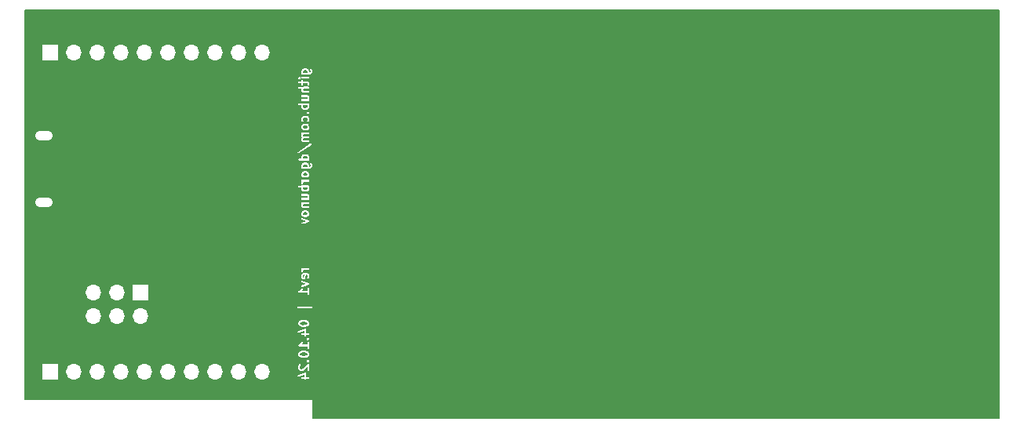
<source format=gbo>
G04 #@! TF.GenerationSoftware,KiCad,Pcbnew,8.0.1*
G04 #@! TF.CreationDate,2024-04-10T03:36:54-04:00*
G04 #@! TF.ProjectId,ieee_pcb_workshop,69656565-5f70-4636-925f-776f726b7368,rev?*
G04 #@! TF.SameCoordinates,Original*
G04 #@! TF.FileFunction,Legend,Bot*
G04 #@! TF.FilePolarity,Positive*
%FSLAX46Y46*%
G04 Gerber Fmt 4.6, Leading zero omitted, Abs format (unit mm)*
G04 Created by KiCad (PCBNEW 8.0.1) date 2024-04-10 03:36:54*
%MOMM*%
%LPD*%
G01*
G04 APERTURE LIST*
%ADD10C,0.150000*%
%ADD11C,0.200000*%
%ADD12R,1.700000X1.700000*%
%ADD13O,1.700000X1.700000*%
%ADD14O,1.900000X1.050000*%
G04 APERTURE END LIST*
D10*
X76700000Y-163450000D02*
X78500000Y-163450000D01*
X78500000Y-165500000D01*
X76700000Y-165500000D01*
X76700000Y-163450000D01*
G36*
X76700000Y-163450000D02*
G01*
X78500000Y-163450000D01*
X78500000Y-165500000D01*
X76700000Y-165500000D01*
X76700000Y-163450000D01*
G37*
X76600000Y-146600000D02*
X78500000Y-146600000D01*
X78500000Y-151200000D01*
X76600000Y-151200000D01*
X76600000Y-146600000D01*
G36*
X76600000Y-146600000D02*
G01*
X78500000Y-146600000D01*
X78500000Y-151200000D01*
X76600000Y-151200000D01*
X76600000Y-146600000D01*
G37*
X47400000Y-129600000D02*
X76700000Y-129600000D01*
X76700000Y-165500000D01*
X47400000Y-165500000D01*
X47400000Y-129600000D01*
G36*
X47400000Y-129600000D02*
G01*
X76700000Y-129600000D01*
X76700000Y-165500000D01*
X47400000Y-165500000D01*
X47400000Y-129600000D01*
G37*
X47400000Y-123500000D02*
X78500000Y-123500000D01*
X78500000Y-129600000D01*
X47400000Y-129600000D01*
X47400000Y-123500000D01*
G36*
X47400000Y-123500000D02*
G01*
X78500000Y-123500000D01*
X78500000Y-129600000D01*
X47400000Y-129600000D01*
X47400000Y-123500000D01*
G37*
X78500000Y-123500000D02*
X152500000Y-123500000D01*
X152500000Y-167500000D01*
X78500000Y-167500000D01*
X78500000Y-123500000D01*
G36*
X78500000Y-123500000D02*
G01*
X152500000Y-123500000D01*
X152500000Y-167500000D01*
X78500000Y-167500000D01*
X78500000Y-123500000D01*
G37*
D11*
G36*
X77735555Y-160460817D02*
G01*
X77810578Y-160496909D01*
X77836355Y-160521570D01*
X77867579Y-160581709D01*
X77868391Y-160630174D01*
X77839983Y-160689224D01*
X77815324Y-160714998D01*
X77747764Y-160750075D01*
X77580305Y-160793527D01*
X77366814Y-160795119D01*
X77198881Y-160754720D01*
X77123858Y-160718628D01*
X77098085Y-160693970D01*
X77066858Y-160633827D01*
X77066046Y-160585363D01*
X77094453Y-160526315D01*
X77119115Y-160500538D01*
X77186670Y-160465462D01*
X77354131Y-160422010D01*
X77567621Y-160420418D01*
X77735555Y-160460817D01*
G37*
G36*
X77735555Y-157127484D02*
G01*
X77810578Y-157163576D01*
X77836355Y-157188237D01*
X77867579Y-157248376D01*
X77868391Y-157296841D01*
X77839983Y-157355891D01*
X77815324Y-157381665D01*
X77747764Y-157416742D01*
X77580305Y-157460194D01*
X77366814Y-157461786D01*
X77198881Y-157421387D01*
X77123858Y-157385295D01*
X77098085Y-157360637D01*
X77066858Y-157300494D01*
X77066046Y-157252030D01*
X77094453Y-157192982D01*
X77119115Y-157167205D01*
X77186670Y-157132129D01*
X77354131Y-157088677D01*
X77567621Y-157087085D01*
X77735555Y-157127484D01*
G37*
G36*
X77458916Y-152313795D02*
G01*
X77422800Y-152296420D01*
X77400357Y-152253194D01*
X77399046Y-152109865D01*
X77421424Y-152063349D01*
X77464468Y-152041000D01*
X77512442Y-152040770D01*
X77458916Y-152313795D01*
G37*
G36*
X78509742Y-163531244D02*
G01*
X76662790Y-163531244D01*
X76662790Y-162953609D01*
X76820385Y-162953609D01*
X76832723Y-162990625D01*
X76858288Y-163020101D01*
X76893187Y-163037551D01*
X76932107Y-163040317D01*
X76951223Y-163035970D01*
X77534297Y-162839999D01*
X77535020Y-163080406D01*
X77281043Y-163081118D01*
X77244995Y-163096050D01*
X77217405Y-163123640D01*
X77202473Y-163159688D01*
X77202473Y-163198706D01*
X77217405Y-163234754D01*
X77244995Y-163262344D01*
X77281043Y-163277276D01*
X77300552Y-163279197D01*
X77535616Y-163278538D01*
X77535806Y-163341563D01*
X77550738Y-163377611D01*
X77578328Y-163405201D01*
X77614376Y-163420133D01*
X77653394Y-163420133D01*
X77689442Y-163405201D01*
X77717032Y-163377611D01*
X77731964Y-163341563D01*
X77733885Y-163322054D01*
X77733752Y-163277984D01*
X77986728Y-163277276D01*
X78022776Y-163262344D01*
X78050366Y-163234754D01*
X78065298Y-163198706D01*
X78065298Y-163159688D01*
X78050366Y-163123640D01*
X78022776Y-163096050D01*
X77986728Y-163081118D01*
X77967219Y-163079197D01*
X77733156Y-163079852D01*
X77732030Y-162705545D01*
X77733100Y-162690500D01*
X77731974Y-162687124D01*
X77731964Y-162683498D01*
X77725828Y-162668685D01*
X77720761Y-162653484D01*
X77718407Y-162650770D01*
X77717032Y-162647450D01*
X77705693Y-162636111D01*
X77695196Y-162624008D01*
X77691983Y-162622401D01*
X77689442Y-162619860D01*
X77674627Y-162613723D01*
X77660297Y-162606558D01*
X77656714Y-162606303D01*
X77653394Y-162604928D01*
X77637361Y-162604928D01*
X77621377Y-162603792D01*
X77616382Y-162604928D01*
X77614376Y-162604928D01*
X77611934Y-162605939D01*
X77602262Y-162608139D01*
X76870077Y-162854225D01*
X76840601Y-162879790D01*
X76823151Y-162914689D01*
X76820385Y-162953609D01*
X76662790Y-162953609D01*
X76662790Y-161893483D01*
X76867219Y-161893483D01*
X76868881Y-162116438D01*
X76868004Y-162119071D01*
X76869006Y-162133176D01*
X76869140Y-162151087D01*
X76870515Y-162154407D01*
X76870770Y-162157991D01*
X76877776Y-162176299D01*
X76927116Y-162271328D01*
X76931691Y-162282373D01*
X76934847Y-162286219D01*
X76935838Y-162288127D01*
X76937832Y-162289856D01*
X76944127Y-162297527D01*
X76994229Y-162345460D01*
X77001145Y-162353435D01*
X77005294Y-162356046D01*
X77006899Y-162357582D01*
X77009339Y-162358592D01*
X77017736Y-162363878D01*
X77100753Y-162403816D01*
X77102138Y-162405201D01*
X77112887Y-162409653D01*
X77131282Y-162418503D01*
X77134865Y-162418757D01*
X77138186Y-162420133D01*
X77157695Y-162422054D01*
X77253837Y-162420444D01*
X77265440Y-162421269D01*
X77270276Y-162420169D01*
X77272442Y-162420133D01*
X77274884Y-162419121D01*
X77284556Y-162416922D01*
X77412930Y-162372514D01*
X77415299Y-162372514D01*
X77427295Y-162367544D01*
X77445313Y-162361312D01*
X77448028Y-162358956D01*
X77451347Y-162357582D01*
X77466501Y-162345146D01*
X77867937Y-161941841D01*
X77869140Y-162341563D01*
X77884072Y-162377611D01*
X77911662Y-162405201D01*
X77947710Y-162420133D01*
X77986728Y-162420133D01*
X78022776Y-162405201D01*
X78050366Y-162377611D01*
X78065298Y-162341563D01*
X78067219Y-162322054D01*
X78065298Y-161683498D01*
X78050366Y-161647450D01*
X78022776Y-161619860D01*
X77986728Y-161604928D01*
X77947710Y-161604928D01*
X77911662Y-161619860D01*
X77896508Y-161632296D01*
X77345262Y-162186106D01*
X77240756Y-162222257D01*
X77182908Y-162223226D01*
X77123858Y-162194818D01*
X77098085Y-162170160D01*
X77067061Y-162110408D01*
X77065637Y-161919546D01*
X77094453Y-161859648D01*
X77145604Y-161806184D01*
X77160535Y-161770135D01*
X77160535Y-161731117D01*
X77145604Y-161695069D01*
X77118014Y-161667479D01*
X77081966Y-161652548D01*
X77042948Y-161652548D01*
X77006899Y-161667479D01*
X76991746Y-161679916D01*
X76943814Y-161730016D01*
X76935838Y-161736934D01*
X76933225Y-161741083D01*
X76931691Y-161742688D01*
X76930680Y-161745127D01*
X76925395Y-161753524D01*
X76885456Y-161836541D01*
X76884072Y-161837926D01*
X76879619Y-161848675D01*
X76870770Y-161867070D01*
X76870515Y-161870653D01*
X76869140Y-161873974D01*
X76867219Y-161893483D01*
X76662790Y-161893483D01*
X76662790Y-161341564D01*
X77773901Y-161341564D01*
X77775385Y-161345147D01*
X77788832Y-161377612D01*
X77788833Y-161377613D01*
X77801270Y-161392766D01*
X77864043Y-161452822D01*
X77889533Y-161463379D01*
X77900091Y-161467753D01*
X77900092Y-161467753D01*
X77939109Y-161467753D01*
X77960226Y-161459005D01*
X77975158Y-161452821D01*
X77975162Y-161452816D01*
X77990311Y-161440385D01*
X78050366Y-161377613D01*
X78061735Y-161350165D01*
X78065298Y-161341564D01*
X78065298Y-161302546D01*
X78050366Y-161266498D01*
X78050366Y-161266497D01*
X78037929Y-161251344D01*
X77975180Y-161191311D01*
X77975158Y-161191289D01*
X77960226Y-161185104D01*
X77939109Y-161176357D01*
X77900091Y-161176357D01*
X77889533Y-161180730D01*
X77864043Y-161191288D01*
X77848890Y-161203725D01*
X77788833Y-161266497D01*
X77788832Y-161266498D01*
X77778274Y-161291988D01*
X77773901Y-161302546D01*
X77773901Y-161341564D01*
X76662790Y-161341564D01*
X76662790Y-160560150D01*
X76867219Y-160560150D01*
X76868575Y-160641167D01*
X76868004Y-160642881D01*
X76868788Y-160653925D01*
X76869140Y-160674897D01*
X76870515Y-160678217D01*
X76870770Y-160681801D01*
X76877776Y-160700109D01*
X76927116Y-160795138D01*
X76931691Y-160806183D01*
X76934847Y-160810029D01*
X76935838Y-160811937D01*
X76937832Y-160813666D01*
X76944127Y-160821337D01*
X76994229Y-160869270D01*
X77001145Y-160877245D01*
X77005294Y-160879856D01*
X77006899Y-160881392D01*
X77009339Y-160882402D01*
X77017736Y-160887688D01*
X77108007Y-160931116D01*
X77114981Y-160936283D01*
X77129615Y-160941511D01*
X77131282Y-160942313D01*
X77132002Y-160942364D01*
X77133441Y-160942878D01*
X77318753Y-160987457D01*
X77328662Y-160991562D01*
X77340771Y-160992754D01*
X77343310Y-160993365D01*
X77344768Y-160993147D01*
X77348171Y-160993483D01*
X77580288Y-160991752D01*
X77591127Y-160993365D01*
X77603188Y-160991581D01*
X77605775Y-160991562D01*
X77607138Y-160990997D01*
X77610520Y-160990497D01*
X77793599Y-160942992D01*
X77803155Y-160942313D01*
X77817767Y-160936721D01*
X77819456Y-160936283D01*
X77820036Y-160935852D01*
X77821463Y-160935307D01*
X77916487Y-160885969D01*
X77927537Y-160881393D01*
X77931385Y-160878234D01*
X77933291Y-160877245D01*
X77935020Y-160875250D01*
X77942690Y-160868956D01*
X77990623Y-160818855D01*
X77998600Y-160811938D01*
X78001211Y-160807788D01*
X78002747Y-160806184D01*
X78003757Y-160803743D01*
X78009043Y-160795347D01*
X78048981Y-160712329D01*
X78050366Y-160710945D01*
X78054818Y-160700195D01*
X78063668Y-160681801D01*
X78063922Y-160678217D01*
X78065298Y-160674897D01*
X78067219Y-160655388D01*
X78065862Y-160574370D01*
X78066434Y-160572657D01*
X78065649Y-160561612D01*
X78065298Y-160540641D01*
X78063922Y-160537320D01*
X78063668Y-160533737D01*
X78056662Y-160515428D01*
X78007320Y-160420395D01*
X78002747Y-160409354D01*
X77999590Y-160405508D01*
X77998600Y-160403600D01*
X77996603Y-160401868D01*
X77990310Y-160394200D01*
X77940202Y-160346262D01*
X77933291Y-160338293D01*
X77929144Y-160335682D01*
X77927537Y-160334145D01*
X77925093Y-160333133D01*
X77916701Y-160327850D01*
X77826429Y-160284421D01*
X77819456Y-160279255D01*
X77804823Y-160274027D01*
X77803155Y-160273225D01*
X77802432Y-160273173D01*
X77800995Y-160272660D01*
X77615684Y-160228080D01*
X77605775Y-160223976D01*
X77593665Y-160222783D01*
X77591127Y-160222173D01*
X77589668Y-160222390D01*
X77586266Y-160222055D01*
X77354148Y-160223785D01*
X77343310Y-160222173D01*
X77331248Y-160223956D01*
X77328662Y-160223976D01*
X77327298Y-160224540D01*
X77323917Y-160225041D01*
X77140837Y-160272545D01*
X77131282Y-160273225D01*
X77116666Y-160278817D01*
X77114981Y-160279255D01*
X77114401Y-160279684D01*
X77112973Y-160280231D01*
X77017939Y-160329573D01*
X77006899Y-160334146D01*
X77003053Y-160337301D01*
X77001145Y-160338293D01*
X76999412Y-160340290D01*
X76991746Y-160346583D01*
X76943814Y-160396683D01*
X76935838Y-160403601D01*
X76933225Y-160407750D01*
X76931691Y-160409355D01*
X76930680Y-160411794D01*
X76925395Y-160420191D01*
X76885456Y-160503208D01*
X76884072Y-160504593D01*
X76879619Y-160515342D01*
X76870770Y-160533737D01*
X76870515Y-160537320D01*
X76869140Y-160540641D01*
X76867219Y-160560150D01*
X76662790Y-160560150D01*
X76662790Y-159655283D01*
X76867219Y-159655283D01*
X76869140Y-159664993D01*
X76869140Y-159674897D01*
X76872889Y-159683949D01*
X76874791Y-159693560D01*
X76880283Y-159701798D01*
X76884072Y-159710945D01*
X76890998Y-159717871D01*
X76896434Y-159726025D01*
X76904662Y-159731535D01*
X76911662Y-159738535D01*
X76920713Y-159742284D01*
X76928854Y-159747736D01*
X76938561Y-159749677D01*
X76947710Y-159753467D01*
X76967012Y-159755367D01*
X76967114Y-159755388D01*
X76967148Y-159755381D01*
X76967219Y-159755388D01*
X77868467Y-159753689D01*
X77869140Y-159960611D01*
X77884072Y-159996659D01*
X77911662Y-160024249D01*
X77947710Y-160039181D01*
X77986728Y-160039181D01*
X78022776Y-160024249D01*
X78050366Y-159996659D01*
X78065298Y-159960611D01*
X78067219Y-159941102D01*
X78065298Y-159350165D01*
X78050366Y-159314117D01*
X78022776Y-159286527D01*
X77986728Y-159271595D01*
X77947710Y-159271595D01*
X77911662Y-159286527D01*
X77884072Y-159314117D01*
X77869140Y-159350165D01*
X77867219Y-159369674D01*
X77867823Y-159555575D01*
X77253089Y-159556733D01*
X77274798Y-159534476D01*
X77284314Y-159526224D01*
X77286981Y-159521985D01*
X77288461Y-159520469D01*
X77289470Y-159518031D01*
X77294757Y-159509633D01*
X77349382Y-159396087D01*
X77352148Y-159357167D01*
X77339809Y-159320151D01*
X77314244Y-159290674D01*
X77279346Y-159273225D01*
X77240426Y-159270460D01*
X77203410Y-159282798D01*
X77173933Y-159308363D01*
X77163490Y-159324953D01*
X77125867Y-159403157D01*
X77052490Y-159478386D01*
X76919482Y-159569001D01*
X76911662Y-159572241D01*
X76905109Y-159578793D01*
X76896582Y-159584603D01*
X76891071Y-159592831D01*
X76884072Y-159599831D01*
X76880322Y-159608882D01*
X76874871Y-159617023D01*
X76872929Y-159626730D01*
X76869140Y-159635879D01*
X76869140Y-159645678D01*
X76867219Y-159655283D01*
X76662790Y-159655283D01*
X76662790Y-158960612D01*
X77773901Y-158960612D01*
X77775385Y-158964195D01*
X77788832Y-158996660D01*
X77788833Y-158996661D01*
X77801270Y-159011814D01*
X77864043Y-159071870D01*
X77889533Y-159082427D01*
X77900091Y-159086801D01*
X77900092Y-159086801D01*
X77939109Y-159086801D01*
X77960226Y-159078053D01*
X77975158Y-159071869D01*
X77975162Y-159071864D01*
X77990311Y-159059433D01*
X78050366Y-158996661D01*
X78061735Y-158969213D01*
X78065298Y-158960612D01*
X78065298Y-158921594D01*
X78050366Y-158885546D01*
X78050366Y-158885545D01*
X78037929Y-158870392D01*
X77975180Y-158810359D01*
X77975158Y-158810337D01*
X77960226Y-158804152D01*
X77939109Y-158795405D01*
X77900091Y-158795405D01*
X77889533Y-158799778D01*
X77864043Y-158810336D01*
X77848890Y-158822773D01*
X77788833Y-158885545D01*
X77788832Y-158885546D01*
X77778274Y-158911036D01*
X77773901Y-158921594D01*
X77773901Y-158960612D01*
X76662790Y-158960612D01*
X76662790Y-158191705D01*
X76820385Y-158191705D01*
X76832723Y-158228721D01*
X76858288Y-158258197D01*
X76893187Y-158275647D01*
X76932107Y-158278413D01*
X76951223Y-158274066D01*
X77534297Y-158078095D01*
X77535020Y-158318502D01*
X77281043Y-158319214D01*
X77244995Y-158334146D01*
X77217405Y-158361736D01*
X77202473Y-158397784D01*
X77202473Y-158436802D01*
X77217405Y-158472850D01*
X77244995Y-158500440D01*
X77281043Y-158515372D01*
X77300552Y-158517293D01*
X77535616Y-158516634D01*
X77535806Y-158579659D01*
X77550738Y-158615707D01*
X77578328Y-158643297D01*
X77614376Y-158658229D01*
X77653394Y-158658229D01*
X77689442Y-158643297D01*
X77717032Y-158615707D01*
X77731964Y-158579659D01*
X77733885Y-158560150D01*
X77733752Y-158516080D01*
X77986728Y-158515372D01*
X78022776Y-158500440D01*
X78050366Y-158472850D01*
X78065298Y-158436802D01*
X78065298Y-158397784D01*
X78050366Y-158361736D01*
X78022776Y-158334146D01*
X77986728Y-158319214D01*
X77967219Y-158317293D01*
X77733156Y-158317948D01*
X77732030Y-157943641D01*
X77733100Y-157928596D01*
X77731974Y-157925220D01*
X77731964Y-157921594D01*
X77725828Y-157906781D01*
X77720761Y-157891580D01*
X77718407Y-157888866D01*
X77717032Y-157885546D01*
X77705693Y-157874207D01*
X77695196Y-157862104D01*
X77691983Y-157860497D01*
X77689442Y-157857956D01*
X77674627Y-157851819D01*
X77660297Y-157844654D01*
X77656714Y-157844399D01*
X77653394Y-157843024D01*
X77637361Y-157843024D01*
X77621377Y-157841888D01*
X77616382Y-157843024D01*
X77614376Y-157843024D01*
X77611934Y-157844035D01*
X77602262Y-157846235D01*
X76870077Y-158092321D01*
X76840601Y-158117886D01*
X76823151Y-158152785D01*
X76820385Y-158191705D01*
X76662790Y-158191705D01*
X76662790Y-157226817D01*
X76867219Y-157226817D01*
X76868575Y-157307834D01*
X76868004Y-157309548D01*
X76868788Y-157320592D01*
X76869140Y-157341564D01*
X76870515Y-157344884D01*
X76870770Y-157348468D01*
X76877776Y-157366776D01*
X76927116Y-157461805D01*
X76931691Y-157472850D01*
X76934847Y-157476696D01*
X76935838Y-157478604D01*
X76937832Y-157480333D01*
X76944127Y-157488004D01*
X76994229Y-157535937D01*
X77001145Y-157543912D01*
X77005294Y-157546523D01*
X77006899Y-157548059D01*
X77009339Y-157549069D01*
X77017736Y-157554355D01*
X77108007Y-157597783D01*
X77114981Y-157602950D01*
X77129615Y-157608178D01*
X77131282Y-157608980D01*
X77132002Y-157609031D01*
X77133441Y-157609545D01*
X77318753Y-157654124D01*
X77328662Y-157658229D01*
X77340771Y-157659421D01*
X77343310Y-157660032D01*
X77344768Y-157659814D01*
X77348171Y-157660150D01*
X77580288Y-157658419D01*
X77591127Y-157660032D01*
X77603188Y-157658248D01*
X77605775Y-157658229D01*
X77607138Y-157657664D01*
X77610520Y-157657164D01*
X77793599Y-157609659D01*
X77803155Y-157608980D01*
X77817767Y-157603388D01*
X77819456Y-157602950D01*
X77820036Y-157602519D01*
X77821463Y-157601974D01*
X77916487Y-157552636D01*
X77927537Y-157548060D01*
X77931385Y-157544901D01*
X77933291Y-157543912D01*
X77935020Y-157541917D01*
X77942690Y-157535623D01*
X77990623Y-157485522D01*
X77998600Y-157478605D01*
X78001211Y-157474455D01*
X78002747Y-157472851D01*
X78003757Y-157470410D01*
X78009043Y-157462014D01*
X78048981Y-157378996D01*
X78050366Y-157377612D01*
X78054818Y-157366862D01*
X78063668Y-157348468D01*
X78063922Y-157344884D01*
X78065298Y-157341564D01*
X78067219Y-157322055D01*
X78065862Y-157241037D01*
X78066434Y-157239324D01*
X78065649Y-157228279D01*
X78065298Y-157207308D01*
X78063922Y-157203987D01*
X78063668Y-157200404D01*
X78056662Y-157182095D01*
X78007320Y-157087062D01*
X78002747Y-157076021D01*
X77999590Y-157072175D01*
X77998600Y-157070267D01*
X77996603Y-157068535D01*
X77990310Y-157060867D01*
X77940202Y-157012929D01*
X77933291Y-157004960D01*
X77929144Y-157002349D01*
X77927537Y-157000812D01*
X77925093Y-156999800D01*
X77916701Y-156994517D01*
X77826429Y-156951088D01*
X77819456Y-156945922D01*
X77804823Y-156940694D01*
X77803155Y-156939892D01*
X77802432Y-156939840D01*
X77800995Y-156939327D01*
X77615684Y-156894747D01*
X77605775Y-156890643D01*
X77593665Y-156889450D01*
X77591127Y-156888840D01*
X77589668Y-156889057D01*
X77586266Y-156888722D01*
X77354148Y-156890452D01*
X77343310Y-156888840D01*
X77331248Y-156890623D01*
X77328662Y-156890643D01*
X77327298Y-156891207D01*
X77323917Y-156891708D01*
X77140837Y-156939212D01*
X77131282Y-156939892D01*
X77116666Y-156945484D01*
X77114981Y-156945922D01*
X77114401Y-156946351D01*
X77112973Y-156946898D01*
X77017939Y-156996240D01*
X77006899Y-157000813D01*
X77003053Y-157003968D01*
X77001145Y-157004960D01*
X76999412Y-157006957D01*
X76991746Y-157013250D01*
X76943814Y-157063350D01*
X76935838Y-157070268D01*
X76933225Y-157074417D01*
X76931691Y-157076022D01*
X76930680Y-157078461D01*
X76925395Y-157086858D01*
X76885456Y-157169875D01*
X76884072Y-157171260D01*
X76879619Y-157182009D01*
X76870770Y-157200404D01*
X76870515Y-157203987D01*
X76869140Y-157207308D01*
X76867219Y-157226817D01*
X76662790Y-157226817D01*
X76662790Y-155579659D01*
X76773901Y-155579659D01*
X76788833Y-155615707D01*
X76816423Y-155643297D01*
X76852471Y-155658229D01*
X76871980Y-155660150D01*
X78320061Y-155658229D01*
X78356109Y-155643297D01*
X78383699Y-155615707D01*
X78398631Y-155579659D01*
X78398631Y-155540641D01*
X78383699Y-155504593D01*
X78356109Y-155477003D01*
X78320061Y-155462071D01*
X78300552Y-155460150D01*
X76852471Y-155462071D01*
X76816423Y-155477003D01*
X76788833Y-155504593D01*
X76773901Y-155540641D01*
X76773901Y-155579659D01*
X76662790Y-155579659D01*
X76662790Y-153845759D01*
X76867219Y-153845759D01*
X76869140Y-153855469D01*
X76869140Y-153865373D01*
X76872889Y-153874425D01*
X76874791Y-153884036D01*
X76880283Y-153892274D01*
X76884072Y-153901421D01*
X76890998Y-153908347D01*
X76896434Y-153916501D01*
X76904662Y-153922011D01*
X76911662Y-153929011D01*
X76920713Y-153932760D01*
X76928854Y-153938212D01*
X76938561Y-153940153D01*
X76947710Y-153943943D01*
X76967012Y-153945843D01*
X76967114Y-153945864D01*
X76967148Y-153945857D01*
X76967219Y-153945864D01*
X77868467Y-153944165D01*
X77869140Y-154151087D01*
X77884072Y-154187135D01*
X77911662Y-154214725D01*
X77947710Y-154229657D01*
X77986728Y-154229657D01*
X78022776Y-154214725D01*
X78050366Y-154187135D01*
X78065298Y-154151087D01*
X78067219Y-154131578D01*
X78065298Y-153540641D01*
X78050366Y-153504593D01*
X78022776Y-153477003D01*
X77986728Y-153462071D01*
X77947710Y-153462071D01*
X77911662Y-153477003D01*
X77884072Y-153504593D01*
X77869140Y-153540641D01*
X77867219Y-153560150D01*
X77867823Y-153746051D01*
X77253089Y-153747209D01*
X77274798Y-153724952D01*
X77284314Y-153716700D01*
X77286981Y-153712461D01*
X77288461Y-153710945D01*
X77289470Y-153708507D01*
X77294757Y-153700109D01*
X77349382Y-153586563D01*
X77352148Y-153547643D01*
X77339809Y-153510627D01*
X77314244Y-153481150D01*
X77279346Y-153463701D01*
X77240426Y-153460936D01*
X77203410Y-153473274D01*
X77173933Y-153498839D01*
X77163490Y-153515429D01*
X77125867Y-153593633D01*
X77052490Y-153668862D01*
X76919482Y-153759477D01*
X76911662Y-153762717D01*
X76905109Y-153769269D01*
X76896582Y-153775079D01*
X76891071Y-153783307D01*
X76884072Y-153790307D01*
X76880322Y-153799358D01*
X76874871Y-153807499D01*
X76872929Y-153817206D01*
X76869140Y-153826355D01*
X76869140Y-153836154D01*
X76867219Y-153845759D01*
X76662790Y-153845759D01*
X76662790Y-153241431D01*
X77201625Y-153241431D01*
X77214748Y-153278176D01*
X77240935Y-153307102D01*
X77276197Y-153323805D01*
X77315167Y-153325743D01*
X77334186Y-153320990D01*
X77986870Y-153085943D01*
X77991574Y-153085710D01*
X78004429Y-153079620D01*
X78018579Y-153074525D01*
X78022301Y-153071154D01*
X78026836Y-153069007D01*
X78036657Y-153058157D01*
X78047504Y-153048338D01*
X78049651Y-153043803D01*
X78053022Y-153040081D01*
X78057943Y-153026299D01*
X78064208Y-153013076D01*
X78064457Y-153008061D01*
X78066145Y-153003336D01*
X78065418Y-152988721D01*
X78066145Y-152974106D01*
X78064457Y-152969380D01*
X78064208Y-152964366D01*
X78057943Y-152951142D01*
X78053022Y-152937361D01*
X78049651Y-152933638D01*
X78047504Y-152929104D01*
X78036657Y-152919284D01*
X78026836Y-152908435D01*
X78022301Y-152906287D01*
X78018579Y-152902917D01*
X78000852Y-152894547D01*
X77315167Y-152651699D01*
X77276197Y-152653637D01*
X77240935Y-152670340D01*
X77214748Y-152699266D01*
X77201625Y-152736011D01*
X77203563Y-152774981D01*
X77220266Y-152810243D01*
X77249192Y-152836430D01*
X77266918Y-152844800D01*
X77672675Y-152988506D01*
X77249192Y-153141012D01*
X77220266Y-153167199D01*
X77203563Y-153202461D01*
X77201625Y-153241431D01*
X76662790Y-153241431D01*
X76662790Y-152083959D01*
X77200552Y-152083959D01*
X77202157Y-152259466D01*
X77201337Y-152261928D01*
X77202304Y-152275543D01*
X77202473Y-152293944D01*
X77203848Y-152297264D01*
X77204103Y-152300848D01*
X77211109Y-152319156D01*
X77258146Y-152409750D01*
X77261295Y-152419196D01*
X77265669Y-152424240D01*
X77269171Y-152430984D01*
X77278641Y-152439197D01*
X77286859Y-152448673D01*
X77296732Y-152454887D01*
X77298648Y-152456549D01*
X77300186Y-152457061D01*
X77303450Y-152459116D01*
X77386467Y-152499054D01*
X77387852Y-152500439D01*
X77398601Y-152504891D01*
X77416996Y-152513741D01*
X77420579Y-152513995D01*
X77423900Y-152515371D01*
X77443409Y-152517292D01*
X77531193Y-152515822D01*
X77538542Y-152517292D01*
X77547337Y-152515552D01*
X77558156Y-152515371D01*
X77567208Y-152511621D01*
X77576819Y-152509720D01*
X77585057Y-152504227D01*
X77594204Y-152500439D01*
X77601130Y-152493512D01*
X77609284Y-152488077D01*
X77614794Y-152479848D01*
X77621794Y-152472849D01*
X77625543Y-152463797D01*
X77630995Y-152455657D01*
X77636705Y-152436904D01*
X77636724Y-152436804D01*
X77636726Y-152436801D01*
X77636726Y-152436796D01*
X77714555Y-152039801D01*
X77798048Y-152039400D01*
X77844971Y-152061974D01*
X77867413Y-152105198D01*
X77868724Y-152248528D01*
X77823151Y-152343260D01*
X77820385Y-152382180D01*
X77832724Y-152419196D01*
X77858288Y-152448673D01*
X77893187Y-152466122D01*
X77932107Y-152468888D01*
X77969123Y-152456549D01*
X77998600Y-152430985D01*
X78009043Y-152414394D01*
X78048981Y-152331376D01*
X78050366Y-152329992D01*
X78054818Y-152319242D01*
X78063668Y-152300848D01*
X78063922Y-152297264D01*
X78065298Y-152293944D01*
X78067219Y-152274435D01*
X78065613Y-152098927D01*
X78066434Y-152096466D01*
X78065466Y-152082850D01*
X78065298Y-152064450D01*
X78063922Y-152061129D01*
X78063668Y-152057546D01*
X78056662Y-152039237D01*
X78009624Y-151948642D01*
X78006476Y-151939197D01*
X78002101Y-151934153D01*
X77998600Y-151927409D01*
X77989125Y-151919192D01*
X77980911Y-151909721D01*
X77971039Y-151903507D01*
X77969123Y-151901845D01*
X77967584Y-151901331D01*
X77964321Y-151899278D01*
X77881303Y-151859340D01*
X77879918Y-151857955D01*
X77869163Y-151853500D01*
X77850773Y-151844653D01*
X77847190Y-151844398D01*
X77843870Y-151843023D01*
X77824361Y-151841102D01*
X77638449Y-151841993D01*
X77633990Y-151841102D01*
X77629258Y-151842037D01*
X77458821Y-151842855D01*
X77455916Y-151841887D01*
X77441091Y-151842940D01*
X77423900Y-151843023D01*
X77420579Y-151844398D01*
X77416996Y-151844653D01*
X77398687Y-151851659D01*
X77308089Y-151898698D01*
X77298648Y-151901845D01*
X77293605Y-151906217D01*
X77286859Y-151909721D01*
X77278641Y-151919196D01*
X77269171Y-151927410D01*
X77262957Y-151937281D01*
X77261295Y-151939198D01*
X77260781Y-151940736D01*
X77258728Y-151944000D01*
X77218789Y-152027017D01*
X77217405Y-152028402D01*
X77212952Y-152039151D01*
X77204103Y-152057546D01*
X77203848Y-152061129D01*
X77202473Y-152064450D01*
X77200552Y-152083959D01*
X76662790Y-152083959D01*
X76662790Y-151560149D01*
X77200552Y-151560149D01*
X77202473Y-151674896D01*
X77217405Y-151710944D01*
X77244995Y-151738534D01*
X77281043Y-151753466D01*
X77320061Y-151753466D01*
X77356109Y-151738534D01*
X77383699Y-151710944D01*
X77398631Y-151674896D01*
X77400552Y-151655387D01*
X77399379Y-151585362D01*
X77427786Y-151526314D01*
X77452448Y-151500537D01*
X77513038Y-151469078D01*
X77986728Y-151467752D01*
X78022776Y-151452820D01*
X78050366Y-151425230D01*
X78065298Y-151389182D01*
X78065298Y-151350164D01*
X78050366Y-151314116D01*
X78022776Y-151286526D01*
X77986728Y-151271594D01*
X77967219Y-151269673D01*
X77505061Y-151270966D01*
X77503535Y-151270458D01*
X77496018Y-151270992D01*
X77281043Y-151271594D01*
X77244995Y-151286526D01*
X77217405Y-151314116D01*
X77202473Y-151350164D01*
X77202473Y-151389182D01*
X77217405Y-151425230D01*
X77243668Y-151451493D01*
X77218789Y-151503207D01*
X77217405Y-151504592D01*
X77212952Y-151515341D01*
X77204103Y-151533736D01*
X77203848Y-151537319D01*
X77202473Y-151540640D01*
X77200552Y-151560149D01*
X76662790Y-151560149D01*
X76662790Y-151158562D01*
X78509742Y-151158562D01*
X78509742Y-163531244D01*
G37*
G36*
X77810578Y-145282623D02*
G01*
X77836355Y-145307284D01*
X77867471Y-145367215D01*
X77868605Y-145463062D01*
X77839983Y-145522557D01*
X77815324Y-145548331D01*
X77755620Y-145579329D01*
X77517200Y-145580830D01*
X77457191Y-145551961D01*
X77431418Y-145527303D01*
X77400299Y-145467368D01*
X77399165Y-145371522D01*
X77427786Y-145312029D01*
X77452448Y-145286252D01*
X77512148Y-145255255D01*
X77750569Y-145253754D01*
X77810578Y-145282623D01*
G37*
G36*
X77867413Y-142605198D02*
G01*
X77868724Y-142748528D01*
X77839983Y-142808271D01*
X77815324Y-142834045D01*
X77755620Y-142865043D01*
X77517200Y-142866544D01*
X77457191Y-142837675D01*
X77431418Y-142813017D01*
X77400357Y-142753194D01*
X77399046Y-142609865D01*
X77409619Y-142587887D01*
X77857986Y-142587042D01*
X77867413Y-142605198D01*
G37*
G36*
X77810578Y-141044527D02*
G01*
X77836355Y-141069188D01*
X77867471Y-141129119D01*
X77868605Y-141224966D01*
X77839983Y-141284461D01*
X77815324Y-141310235D01*
X77755620Y-141341233D01*
X77517200Y-141342734D01*
X77457191Y-141313865D01*
X77431418Y-141289207D01*
X77400299Y-141229272D01*
X77399165Y-141133426D01*
X77427786Y-141073933D01*
X77452448Y-141048156D01*
X77512148Y-141017159D01*
X77750569Y-141015658D01*
X77810578Y-141044527D01*
G37*
G36*
X77810578Y-140139765D02*
G01*
X77836355Y-140164426D01*
X77867413Y-140224245D01*
X77868724Y-140367575D01*
X77858271Y-140389303D01*
X77409755Y-140390342D01*
X77400357Y-140372241D01*
X77399046Y-140228912D01*
X77427786Y-140169171D01*
X77452448Y-140143394D01*
X77512148Y-140112397D01*
X77750569Y-140110896D01*
X77810578Y-140139765D01*
G37*
G36*
X77810578Y-139235003D02*
G01*
X77836355Y-139259664D01*
X77867413Y-139319483D01*
X77868724Y-139462813D01*
X77858453Y-139484162D01*
X77409458Y-139485008D01*
X77400357Y-139467479D01*
X77399046Y-139324150D01*
X77427786Y-139264409D01*
X77452448Y-139238632D01*
X77512148Y-139207635D01*
X77750569Y-139206134D01*
X77810578Y-139235003D01*
G37*
G36*
X77810578Y-135949289D02*
G01*
X77836355Y-135973950D01*
X77867471Y-136033881D01*
X77868605Y-136129728D01*
X77839983Y-136189223D01*
X77815324Y-136214997D01*
X77755620Y-136245995D01*
X77517200Y-136247496D01*
X77457191Y-136218627D01*
X77431418Y-136193969D01*
X77400299Y-136134034D01*
X77399165Y-136038188D01*
X77427786Y-135978695D01*
X77452448Y-135952918D01*
X77512148Y-135921921D01*
X77750569Y-135920420D01*
X77810578Y-135949289D01*
G37*
G36*
X77867413Y-133748055D02*
G01*
X77868724Y-133891385D01*
X77839983Y-133951128D01*
X77815324Y-133976902D01*
X77755620Y-134007900D01*
X77517200Y-134009401D01*
X77457191Y-133980532D01*
X77431418Y-133955874D01*
X77400357Y-133896051D01*
X77399046Y-133752722D01*
X77409619Y-133730744D01*
X77857986Y-133729899D01*
X77867413Y-133748055D01*
G37*
G36*
X77810578Y-129949289D02*
G01*
X77836355Y-129973950D01*
X77867413Y-130033769D01*
X77868724Y-130177099D01*
X77858271Y-130198827D01*
X77409755Y-130199866D01*
X77400357Y-130181765D01*
X77399046Y-130038436D01*
X77427786Y-129978695D01*
X77452448Y-129952918D01*
X77512148Y-129921921D01*
X77750569Y-129920420D01*
X77810578Y-129949289D01*
G37*
G36*
X78511663Y-146698759D02*
G01*
X76708489Y-146698759D01*
X76708489Y-146503336D01*
X77201625Y-146503336D01*
X77214748Y-146540081D01*
X77240935Y-146569007D01*
X77276197Y-146585710D01*
X77315167Y-146587648D01*
X77334186Y-146582895D01*
X77986870Y-146347848D01*
X77991574Y-146347615D01*
X78004429Y-146341525D01*
X78018579Y-146336430D01*
X78022301Y-146333059D01*
X78026836Y-146330912D01*
X78036657Y-146320062D01*
X78047504Y-146310243D01*
X78049651Y-146305708D01*
X78053022Y-146301986D01*
X78057943Y-146288204D01*
X78064208Y-146274981D01*
X78064457Y-146269966D01*
X78066145Y-146265241D01*
X78065418Y-146250626D01*
X78066145Y-146236011D01*
X78064457Y-146231285D01*
X78064208Y-146226271D01*
X78057943Y-146213047D01*
X78053022Y-146199266D01*
X78049651Y-146195543D01*
X78047504Y-146191009D01*
X78036657Y-146181189D01*
X78026836Y-146170340D01*
X78022301Y-146168192D01*
X78018579Y-146164822D01*
X78000852Y-146156452D01*
X77315167Y-145913604D01*
X77276197Y-145915542D01*
X77240935Y-145932245D01*
X77214748Y-145961171D01*
X77201625Y-145997916D01*
X77203563Y-146036886D01*
X77220266Y-146072148D01*
X77249192Y-146098335D01*
X77266918Y-146106705D01*
X77672675Y-146250411D01*
X77249192Y-146402917D01*
X77220266Y-146429104D01*
X77203563Y-146464366D01*
X77201625Y-146503336D01*
X76708489Y-146503336D01*
X76708489Y-145345864D01*
X77200552Y-145345864D01*
X77202068Y-145474020D01*
X77201337Y-145476214D01*
X77202245Y-145488996D01*
X77202473Y-145508230D01*
X77203848Y-145511550D01*
X77204103Y-145515134D01*
X77211109Y-145533442D01*
X77260449Y-145628471D01*
X77265024Y-145639516D01*
X77268180Y-145643362D01*
X77269171Y-145645270D01*
X77271165Y-145646999D01*
X77277460Y-145654670D01*
X77327562Y-145702603D01*
X77334478Y-145710578D01*
X77338627Y-145713189D01*
X77340232Y-145714725D01*
X77342672Y-145715735D01*
X77351069Y-145721021D01*
X77434086Y-145760959D01*
X77435471Y-145762344D01*
X77446220Y-145766796D01*
X77464615Y-145775646D01*
X77468198Y-145775900D01*
X77471519Y-145777276D01*
X77491028Y-145779197D01*
X77761483Y-145777494D01*
X77764235Y-145778412D01*
X77778661Y-145777386D01*
X77796251Y-145777276D01*
X77799571Y-145775900D01*
X77803155Y-145775646D01*
X77821463Y-145768640D01*
X77916487Y-145719302D01*
X77927537Y-145714726D01*
X77931385Y-145711567D01*
X77933291Y-145710578D01*
X77935020Y-145708583D01*
X77942690Y-145702289D01*
X77990623Y-145652188D01*
X77998600Y-145645271D01*
X78001211Y-145641121D01*
X78002747Y-145639517D01*
X78003757Y-145637076D01*
X78009043Y-145628680D01*
X78048981Y-145545662D01*
X78050366Y-145544278D01*
X78054818Y-145533528D01*
X78063668Y-145515134D01*
X78063922Y-145511550D01*
X78065298Y-145508230D01*
X78067219Y-145488721D01*
X78065702Y-145360564D01*
X78066434Y-145358371D01*
X78065525Y-145345588D01*
X78065298Y-145326355D01*
X78063922Y-145323034D01*
X78063668Y-145319451D01*
X78056662Y-145301142D01*
X78007320Y-145206109D01*
X78002747Y-145195068D01*
X77999590Y-145191222D01*
X77998600Y-145189314D01*
X77996603Y-145187582D01*
X77990310Y-145179914D01*
X77940202Y-145131976D01*
X77933291Y-145124007D01*
X77929144Y-145121396D01*
X77927537Y-145119859D01*
X77925093Y-145118847D01*
X77916701Y-145113564D01*
X77833683Y-145073625D01*
X77832299Y-145072241D01*
X77821549Y-145067788D01*
X77803155Y-145058939D01*
X77799571Y-145058684D01*
X77796251Y-145057309D01*
X77776742Y-145055388D01*
X77506286Y-145057090D01*
X77503535Y-145056173D01*
X77489108Y-145057198D01*
X77471519Y-145057309D01*
X77468198Y-145058684D01*
X77464615Y-145058939D01*
X77446306Y-145065945D01*
X77351272Y-145115287D01*
X77340232Y-145119860D01*
X77336386Y-145123015D01*
X77334478Y-145124007D01*
X77332745Y-145126004D01*
X77325079Y-145132297D01*
X77277147Y-145182397D01*
X77269171Y-145189315D01*
X77266558Y-145193464D01*
X77265024Y-145195069D01*
X77264013Y-145197508D01*
X77258728Y-145205905D01*
X77218789Y-145288922D01*
X77217405Y-145290307D01*
X77212952Y-145301056D01*
X77204103Y-145319451D01*
X77203848Y-145323034D01*
X77202473Y-145326355D01*
X77200552Y-145345864D01*
X76708489Y-145345864D01*
X76708489Y-144441102D01*
X77200552Y-144441102D01*
X77202068Y-144569258D01*
X77201337Y-144571452D01*
X77202245Y-144584234D01*
X77202473Y-144603468D01*
X77203848Y-144606788D01*
X77204103Y-144610372D01*
X77211109Y-144628680D01*
X77258146Y-144719274D01*
X77261295Y-144728720D01*
X77265669Y-144733764D01*
X77269171Y-144740508D01*
X77278641Y-144748721D01*
X77286859Y-144758197D01*
X77296732Y-144764411D01*
X77298648Y-144766073D01*
X77300186Y-144766585D01*
X77303450Y-144768640D01*
X77386467Y-144808578D01*
X77387852Y-144809963D01*
X77398601Y-144814415D01*
X77416996Y-144823265D01*
X77420579Y-144823519D01*
X77423900Y-144824895D01*
X77443409Y-144826816D01*
X77986728Y-144824895D01*
X78022776Y-144809963D01*
X78050366Y-144782373D01*
X78065298Y-144746325D01*
X78065298Y-144707307D01*
X78050366Y-144671259D01*
X78022776Y-144643669D01*
X77986728Y-144628737D01*
X77967219Y-144626816D01*
X77469841Y-144628574D01*
X77422800Y-144605944D01*
X77400299Y-144562606D01*
X77399165Y-144466760D01*
X77427786Y-144407267D01*
X77436783Y-144397863D01*
X77986728Y-144396324D01*
X78022776Y-144381392D01*
X78050366Y-144353802D01*
X78065298Y-144317754D01*
X78065298Y-144278736D01*
X78050366Y-144242688D01*
X78022776Y-144215098D01*
X77986728Y-144200166D01*
X77967219Y-144198245D01*
X77281043Y-144200166D01*
X77244995Y-144215098D01*
X77217405Y-144242688D01*
X77202473Y-144278736D01*
X77202473Y-144317754D01*
X77217405Y-144353802D01*
X77228200Y-144364597D01*
X77218789Y-144384160D01*
X77217405Y-144385545D01*
X77212952Y-144396294D01*
X77204103Y-144414689D01*
X77203848Y-144418272D01*
X77202473Y-144421593D01*
X77200552Y-144441102D01*
X76708489Y-144441102D01*
X76708489Y-143841563D01*
X77202473Y-143841563D01*
X77217405Y-143877611D01*
X77244995Y-143905201D01*
X77281043Y-143920133D01*
X77300552Y-143922054D01*
X77986728Y-143920133D01*
X78022776Y-143905201D01*
X78050366Y-143877611D01*
X78065298Y-143841563D01*
X78065298Y-143802545D01*
X78050366Y-143766497D01*
X78039570Y-143755701D01*
X78048981Y-143736138D01*
X78050366Y-143734754D01*
X78054818Y-143724004D01*
X78063668Y-143705610D01*
X78063922Y-143702026D01*
X78065298Y-143698706D01*
X78067219Y-143679197D01*
X78065702Y-143551040D01*
X78066434Y-143548847D01*
X78065525Y-143536064D01*
X78065298Y-143516831D01*
X78063922Y-143513510D01*
X78063668Y-143509927D01*
X78056662Y-143491618D01*
X78009624Y-143401023D01*
X78006476Y-143391578D01*
X78002101Y-143386534D01*
X77998600Y-143379790D01*
X77989125Y-143371573D01*
X77980911Y-143362102D01*
X77971039Y-143355888D01*
X77969123Y-143354226D01*
X77967584Y-143353712D01*
X77964321Y-143351659D01*
X77881303Y-143311721D01*
X77879918Y-143310336D01*
X77869163Y-143305881D01*
X77850773Y-143297034D01*
X77847190Y-143296779D01*
X77843870Y-143295404D01*
X77824361Y-143293483D01*
X77281043Y-143295404D01*
X77244995Y-143310336D01*
X77217405Y-143337926D01*
X77202473Y-143373974D01*
X77202473Y-143412992D01*
X77217405Y-143449040D01*
X77244995Y-143476630D01*
X77281043Y-143491562D01*
X77300552Y-143493483D01*
X77797928Y-143491724D01*
X77844971Y-143514355D01*
X77867471Y-143557691D01*
X77868605Y-143653538D01*
X77839983Y-143713033D01*
X77830987Y-143722435D01*
X77281043Y-143723975D01*
X77244995Y-143738907D01*
X77217405Y-143766497D01*
X77202473Y-143802545D01*
X77202473Y-143841563D01*
X76708489Y-143841563D01*
X76708489Y-142508230D01*
X76869140Y-142508230D01*
X76884072Y-142544278D01*
X76911662Y-142571868D01*
X76947710Y-142586800D01*
X76967219Y-142588721D01*
X77200591Y-142588281D01*
X77202157Y-142759466D01*
X77201337Y-142761928D01*
X77202304Y-142775543D01*
X77202473Y-142793944D01*
X77203848Y-142797264D01*
X77204103Y-142800848D01*
X77211109Y-142819156D01*
X77260449Y-142914185D01*
X77265024Y-142925230D01*
X77268180Y-142929076D01*
X77269171Y-142930984D01*
X77271165Y-142932713D01*
X77277460Y-142940384D01*
X77327562Y-142988317D01*
X77334478Y-142996292D01*
X77338627Y-142998903D01*
X77340232Y-143000439D01*
X77342672Y-143001449D01*
X77351069Y-143006735D01*
X77434086Y-143046673D01*
X77435471Y-143048058D01*
X77446220Y-143052510D01*
X77464615Y-143061360D01*
X77468198Y-143061614D01*
X77471519Y-143062990D01*
X77491028Y-143064911D01*
X77761483Y-143063208D01*
X77764235Y-143064126D01*
X77778661Y-143063100D01*
X77796251Y-143062990D01*
X77799571Y-143061614D01*
X77803155Y-143061360D01*
X77821463Y-143054354D01*
X77916487Y-143005016D01*
X77927537Y-143000440D01*
X77931385Y-142997281D01*
X77933291Y-142996292D01*
X77935020Y-142994297D01*
X77942690Y-142988003D01*
X77990623Y-142937902D01*
X77998600Y-142930985D01*
X78001211Y-142926835D01*
X78002747Y-142925231D01*
X78003757Y-142922790D01*
X78009043Y-142914394D01*
X78048981Y-142831376D01*
X78050366Y-142829992D01*
X78054818Y-142819242D01*
X78063668Y-142800848D01*
X78063922Y-142797264D01*
X78065298Y-142793944D01*
X78067219Y-142774435D01*
X78065613Y-142598927D01*
X78066434Y-142596466D01*
X78065466Y-142582850D01*
X78065298Y-142564450D01*
X78063922Y-142561129D01*
X78063668Y-142557546D01*
X78056662Y-142539237D01*
X78054321Y-142534729D01*
X78065298Y-142508230D01*
X78065298Y-142469212D01*
X78050366Y-142433164D01*
X78022776Y-142405574D01*
X77986728Y-142390642D01*
X77967219Y-142388721D01*
X77341203Y-142389900D01*
X77335664Y-142389507D01*
X77334445Y-142389913D01*
X76947710Y-142390642D01*
X76911662Y-142405574D01*
X76884072Y-142433164D01*
X76869140Y-142469212D01*
X76869140Y-142508230D01*
X76708489Y-142508230D01*
X76708489Y-142060149D01*
X77200552Y-142060149D01*
X77202473Y-142174896D01*
X77217405Y-142210944D01*
X77244995Y-142238534D01*
X77281043Y-142253466D01*
X77320061Y-142253466D01*
X77356109Y-142238534D01*
X77383699Y-142210944D01*
X77398631Y-142174896D01*
X77400552Y-142155387D01*
X77399379Y-142085362D01*
X77427786Y-142026314D01*
X77452448Y-142000537D01*
X77513038Y-141969078D01*
X77986728Y-141967752D01*
X78022776Y-141952820D01*
X78050366Y-141925230D01*
X78065298Y-141889182D01*
X78065298Y-141850164D01*
X78050366Y-141814116D01*
X78022776Y-141786526D01*
X77986728Y-141771594D01*
X77967219Y-141769673D01*
X77505061Y-141770966D01*
X77503535Y-141770458D01*
X77496018Y-141770992D01*
X77281043Y-141771594D01*
X77244995Y-141786526D01*
X77217405Y-141814116D01*
X77202473Y-141850164D01*
X77202473Y-141889182D01*
X77217405Y-141925230D01*
X77243668Y-141951493D01*
X77218789Y-142003207D01*
X77217405Y-142004592D01*
X77212952Y-142015341D01*
X77204103Y-142033736D01*
X77203848Y-142037319D01*
X77202473Y-142040640D01*
X77200552Y-142060149D01*
X76708489Y-142060149D01*
X76708489Y-141107768D01*
X77200552Y-141107768D01*
X77202068Y-141235924D01*
X77201337Y-141238118D01*
X77202245Y-141250900D01*
X77202473Y-141270134D01*
X77203848Y-141273454D01*
X77204103Y-141277038D01*
X77211109Y-141295346D01*
X77260449Y-141390375D01*
X77265024Y-141401420D01*
X77268180Y-141405266D01*
X77269171Y-141407174D01*
X77271165Y-141408903D01*
X77277460Y-141416574D01*
X77327562Y-141464507D01*
X77334478Y-141472482D01*
X77338627Y-141475093D01*
X77340232Y-141476629D01*
X77342672Y-141477639D01*
X77351069Y-141482925D01*
X77434086Y-141522863D01*
X77435471Y-141524248D01*
X77446220Y-141528700D01*
X77464615Y-141537550D01*
X77468198Y-141537804D01*
X77471519Y-141539180D01*
X77491028Y-141541101D01*
X77761483Y-141539398D01*
X77764235Y-141540316D01*
X77778661Y-141539290D01*
X77796251Y-141539180D01*
X77799571Y-141537804D01*
X77803155Y-141537550D01*
X77821463Y-141530544D01*
X77916487Y-141481206D01*
X77927537Y-141476630D01*
X77931385Y-141473471D01*
X77933291Y-141472482D01*
X77935020Y-141470487D01*
X77942690Y-141464193D01*
X77990623Y-141414092D01*
X77998600Y-141407175D01*
X78001211Y-141403025D01*
X78002747Y-141401421D01*
X78003757Y-141398980D01*
X78009043Y-141390584D01*
X78048981Y-141307566D01*
X78050366Y-141306182D01*
X78054818Y-141295432D01*
X78063668Y-141277038D01*
X78063922Y-141273454D01*
X78065298Y-141270134D01*
X78067219Y-141250625D01*
X78065702Y-141122468D01*
X78066434Y-141120275D01*
X78065525Y-141107492D01*
X78065298Y-141088259D01*
X78063922Y-141084938D01*
X78063668Y-141081355D01*
X78056662Y-141063046D01*
X78007320Y-140968013D01*
X78002747Y-140956972D01*
X77999590Y-140953126D01*
X77998600Y-140951218D01*
X77996603Y-140949486D01*
X77990310Y-140941818D01*
X77940202Y-140893880D01*
X77933291Y-140885911D01*
X77929144Y-140883300D01*
X77927537Y-140881763D01*
X77925093Y-140880751D01*
X77916701Y-140875468D01*
X77833683Y-140835529D01*
X77832299Y-140834145D01*
X77821549Y-140829692D01*
X77803155Y-140820843D01*
X77799571Y-140820588D01*
X77796251Y-140819213D01*
X77776742Y-140817292D01*
X77506286Y-140818994D01*
X77503535Y-140818077D01*
X77489108Y-140819102D01*
X77471519Y-140819213D01*
X77468198Y-140820588D01*
X77464615Y-140820843D01*
X77446306Y-140827849D01*
X77351272Y-140877191D01*
X77340232Y-140881764D01*
X77336386Y-140884919D01*
X77334478Y-140885911D01*
X77332745Y-140887908D01*
X77325079Y-140894201D01*
X77277147Y-140944301D01*
X77269171Y-140951219D01*
X77266558Y-140955368D01*
X77265024Y-140956973D01*
X77264013Y-140959412D01*
X77258728Y-140967809D01*
X77218789Y-141050826D01*
X77217405Y-141052211D01*
X77212952Y-141062960D01*
X77204103Y-141081355D01*
X77203848Y-141084938D01*
X77202473Y-141088259D01*
X77200552Y-141107768D01*
X76708489Y-141107768D01*
X76708489Y-140203006D01*
X77200552Y-140203006D01*
X77202157Y-140378513D01*
X77201337Y-140380975D01*
X77202304Y-140394590D01*
X77202473Y-140412991D01*
X77203848Y-140416311D01*
X77204103Y-140419895D01*
X77211109Y-140438203D01*
X77213449Y-140442711D01*
X77202473Y-140469211D01*
X77202473Y-140508229D01*
X77217405Y-140544277D01*
X77244995Y-140571867D01*
X77281043Y-140586799D01*
X77300552Y-140588720D01*
X77922862Y-140587278D01*
X77932107Y-140587935D01*
X77934156Y-140587251D01*
X78094405Y-140586880D01*
X78097569Y-140587935D01*
X78113013Y-140586837D01*
X78129585Y-140586799D01*
X78132905Y-140585423D01*
X78136489Y-140585169D01*
X78154797Y-140578163D01*
X78249826Y-140528822D01*
X78260871Y-140524248D01*
X78264717Y-140521091D01*
X78266625Y-140520101D01*
X78268354Y-140518106D01*
X78276025Y-140511812D01*
X78323958Y-140461709D01*
X78331933Y-140454794D01*
X78334544Y-140450644D01*
X78336080Y-140449040D01*
X78337090Y-140446599D01*
X78342376Y-140438203D01*
X78382314Y-140355185D01*
X78383699Y-140353801D01*
X78388151Y-140343051D01*
X78397001Y-140324657D01*
X78397255Y-140321073D01*
X78398631Y-140317753D01*
X78400552Y-140298244D01*
X78399035Y-140170087D01*
X78399767Y-140167894D01*
X78398858Y-140155111D01*
X78398631Y-140135878D01*
X78397255Y-140132557D01*
X78397001Y-140128974D01*
X78389995Y-140110665D01*
X78331933Y-139998837D01*
X78302456Y-139973273D01*
X78265440Y-139960934D01*
X78226520Y-139963700D01*
X78191621Y-139981149D01*
X78166057Y-140010626D01*
X78153718Y-140047642D01*
X78156484Y-140086562D01*
X78163490Y-140104870D01*
X78200804Y-140176738D01*
X78201938Y-140272585D01*
X78173316Y-140332080D01*
X78148658Y-140357853D01*
X78089116Y-140388768D01*
X78067176Y-140388819D01*
X78065613Y-140217974D01*
X78066434Y-140215513D01*
X78065466Y-140201897D01*
X78065298Y-140183497D01*
X78063922Y-140180176D01*
X78063668Y-140176593D01*
X78056662Y-140158284D01*
X78007320Y-140063251D01*
X78002747Y-140052210D01*
X77999590Y-140048364D01*
X77998600Y-140046456D01*
X77996603Y-140044724D01*
X77990310Y-140037056D01*
X77940202Y-139989118D01*
X77933291Y-139981149D01*
X77929144Y-139978538D01*
X77927537Y-139977001D01*
X77925093Y-139975989D01*
X77916701Y-139970706D01*
X77833683Y-139930767D01*
X77832299Y-139929383D01*
X77821549Y-139924930D01*
X77803155Y-139916081D01*
X77799571Y-139915826D01*
X77796251Y-139914451D01*
X77776742Y-139912530D01*
X77506286Y-139914232D01*
X77503535Y-139913315D01*
X77489108Y-139914340D01*
X77471519Y-139914451D01*
X77468198Y-139915826D01*
X77464615Y-139916081D01*
X77446306Y-139923087D01*
X77351272Y-139972429D01*
X77340232Y-139977002D01*
X77336386Y-139980157D01*
X77334478Y-139981149D01*
X77332745Y-139983146D01*
X77325079Y-139989439D01*
X77277147Y-140039539D01*
X77269171Y-140046457D01*
X77266558Y-140050606D01*
X77265024Y-140052211D01*
X77264013Y-140054650D01*
X77258728Y-140063047D01*
X77218789Y-140146064D01*
X77217405Y-140147449D01*
X77212952Y-140158198D01*
X77204103Y-140176593D01*
X77203848Y-140180176D01*
X77202473Y-140183497D01*
X77200552Y-140203006D01*
X76708489Y-140203006D01*
X76708489Y-139603467D01*
X76869140Y-139603467D01*
X76884072Y-139639515D01*
X76911662Y-139667105D01*
X76947710Y-139682037D01*
X76967219Y-139683958D01*
X77917946Y-139682166D01*
X77932107Y-139683173D01*
X77935223Y-139682134D01*
X77986728Y-139682037D01*
X78022776Y-139667105D01*
X78050366Y-139639515D01*
X78065298Y-139603467D01*
X78065298Y-139564449D01*
X78053654Y-139536339D01*
X78054818Y-139533527D01*
X78063668Y-139515133D01*
X78063922Y-139511549D01*
X78065298Y-139508229D01*
X78067219Y-139488720D01*
X78065613Y-139313212D01*
X78066434Y-139310751D01*
X78065466Y-139297135D01*
X78065298Y-139278735D01*
X78063922Y-139275414D01*
X78063668Y-139271831D01*
X78056662Y-139253522D01*
X78007320Y-139158489D01*
X78002747Y-139147448D01*
X77999590Y-139143602D01*
X77998600Y-139141694D01*
X77996603Y-139139962D01*
X77990310Y-139132294D01*
X77940202Y-139084356D01*
X77933291Y-139076387D01*
X77929144Y-139073776D01*
X77927537Y-139072239D01*
X77925093Y-139071227D01*
X77916701Y-139065944D01*
X77833683Y-139026005D01*
X77832299Y-139024621D01*
X77821549Y-139020168D01*
X77803155Y-139011319D01*
X77799571Y-139011064D01*
X77796251Y-139009689D01*
X77776742Y-139007768D01*
X77506286Y-139009470D01*
X77503535Y-139008553D01*
X77489108Y-139009578D01*
X77471519Y-139009689D01*
X77468198Y-139011064D01*
X77464615Y-139011319D01*
X77446306Y-139018325D01*
X77351272Y-139067667D01*
X77340232Y-139072240D01*
X77336386Y-139075395D01*
X77334478Y-139076387D01*
X77332745Y-139078384D01*
X77325079Y-139084677D01*
X77277147Y-139134777D01*
X77269171Y-139141695D01*
X77266558Y-139145844D01*
X77265024Y-139147449D01*
X77264013Y-139149888D01*
X77258728Y-139158285D01*
X77218789Y-139241302D01*
X77217405Y-139242687D01*
X77212952Y-139253436D01*
X77204103Y-139271831D01*
X77203848Y-139275414D01*
X77202473Y-139278735D01*
X77200552Y-139298244D01*
X77202157Y-139473751D01*
X77201337Y-139476213D01*
X77201989Y-139485399D01*
X76947710Y-139485879D01*
X76911662Y-139500811D01*
X76884072Y-139528401D01*
X76869140Y-139564449D01*
X76869140Y-139603467D01*
X76708489Y-139603467D01*
X76708489Y-138821948D01*
X76819600Y-138821948D01*
X76827172Y-138860225D01*
X76848815Y-138892690D01*
X76881235Y-138914401D01*
X76919495Y-138922053D01*
X76957772Y-138914481D01*
X76975070Y-138905258D01*
X78275951Y-138035696D01*
X78297662Y-138003276D01*
X78305314Y-137965015D01*
X78297743Y-137926739D01*
X78276099Y-137894274D01*
X78243679Y-137872563D01*
X78205419Y-137864911D01*
X78167142Y-137872482D01*
X78149844Y-137881706D01*
X76848963Y-138751268D01*
X76827252Y-138783688D01*
X76819600Y-138821948D01*
X76708489Y-138821948D01*
X76708489Y-137345863D01*
X77200552Y-137345863D01*
X77202068Y-137474018D01*
X77201337Y-137476212D01*
X77202245Y-137488994D01*
X77202473Y-137508229D01*
X77203848Y-137511549D01*
X77204103Y-137515132D01*
X77211109Y-137533441D01*
X77258146Y-137624036D01*
X77261295Y-137633482D01*
X77265669Y-137638526D01*
X77269171Y-137645270D01*
X77278642Y-137653484D01*
X77286859Y-137662959D01*
X77296729Y-137669171D01*
X77298647Y-137670835D01*
X77300187Y-137671348D01*
X77303450Y-137673402D01*
X77386467Y-137713340D01*
X77387852Y-137714725D01*
X77398601Y-137719177D01*
X77416996Y-137728027D01*
X77420579Y-137728281D01*
X77423900Y-137729657D01*
X77443409Y-137731578D01*
X77986728Y-137729657D01*
X78022776Y-137714725D01*
X78050366Y-137687135D01*
X78065298Y-137651087D01*
X78065298Y-137612069D01*
X78050366Y-137576021D01*
X78022776Y-137548431D01*
X77986728Y-137533499D01*
X77967219Y-137531578D01*
X77469841Y-137533336D01*
X77422800Y-137510705D01*
X77400299Y-137467369D01*
X77399165Y-137371521D01*
X77421424Y-137325253D01*
X77464416Y-137302931D01*
X77986728Y-137301085D01*
X78022776Y-137286153D01*
X78050366Y-137258563D01*
X78065298Y-137222515D01*
X78065298Y-137183497D01*
X78050366Y-137147449D01*
X78022776Y-137119859D01*
X77986728Y-137104927D01*
X77967219Y-137103006D01*
X77469841Y-137104764D01*
X77422800Y-137082134D01*
X77400299Y-137038796D01*
X77399165Y-136942950D01*
X77427786Y-136883457D01*
X77436783Y-136874053D01*
X77986728Y-136872514D01*
X78022776Y-136857582D01*
X78050366Y-136829992D01*
X78065298Y-136793944D01*
X78065298Y-136754926D01*
X78050366Y-136718878D01*
X78022776Y-136691288D01*
X77986728Y-136676356D01*
X77967219Y-136674435D01*
X77281043Y-136676356D01*
X77244995Y-136691288D01*
X77217405Y-136718878D01*
X77202473Y-136754926D01*
X77202473Y-136793944D01*
X77217405Y-136829992D01*
X77228200Y-136840787D01*
X77218789Y-136860350D01*
X77217405Y-136861735D01*
X77212952Y-136872484D01*
X77204103Y-136890879D01*
X77203848Y-136894462D01*
X77202473Y-136897783D01*
X77200552Y-136917292D01*
X77202068Y-137045448D01*
X77201337Y-137047642D01*
X77202245Y-137060424D01*
X77202473Y-137079658D01*
X77203848Y-137082978D01*
X77204103Y-137086562D01*
X77211109Y-137104870D01*
X77258146Y-137195464D01*
X77260622Y-137202893D01*
X77258728Y-137205904D01*
X77218789Y-137288921D01*
X77217405Y-137290306D01*
X77212952Y-137301055D01*
X77204103Y-137319450D01*
X77203848Y-137323033D01*
X77202473Y-137326354D01*
X77200552Y-137345863D01*
X76708489Y-137345863D01*
X76708489Y-136012530D01*
X77200552Y-136012530D01*
X77202068Y-136140686D01*
X77201337Y-136142880D01*
X77202245Y-136155662D01*
X77202473Y-136174896D01*
X77203848Y-136178216D01*
X77204103Y-136181800D01*
X77211109Y-136200108D01*
X77260449Y-136295137D01*
X77265024Y-136306182D01*
X77268180Y-136310028D01*
X77269171Y-136311936D01*
X77271165Y-136313665D01*
X77277460Y-136321336D01*
X77327562Y-136369269D01*
X77334478Y-136377244D01*
X77338627Y-136379855D01*
X77340232Y-136381391D01*
X77342672Y-136382401D01*
X77351069Y-136387687D01*
X77434086Y-136427625D01*
X77435471Y-136429010D01*
X77446220Y-136433462D01*
X77464615Y-136442312D01*
X77468198Y-136442566D01*
X77471519Y-136443942D01*
X77491028Y-136445863D01*
X77761483Y-136444160D01*
X77764235Y-136445078D01*
X77778661Y-136444052D01*
X77796251Y-136443942D01*
X77799571Y-136442566D01*
X77803155Y-136442312D01*
X77821463Y-136435306D01*
X77916487Y-136385968D01*
X77927537Y-136381392D01*
X77931385Y-136378233D01*
X77933291Y-136377244D01*
X77935020Y-136375249D01*
X77942690Y-136368955D01*
X77990623Y-136318854D01*
X77998600Y-136311937D01*
X78001211Y-136307787D01*
X78002747Y-136306183D01*
X78003757Y-136303742D01*
X78009043Y-136295346D01*
X78048981Y-136212328D01*
X78050366Y-136210944D01*
X78054818Y-136200194D01*
X78063668Y-136181800D01*
X78063922Y-136178216D01*
X78065298Y-136174896D01*
X78067219Y-136155387D01*
X78065702Y-136027230D01*
X78066434Y-136025037D01*
X78065525Y-136012254D01*
X78065298Y-135993021D01*
X78063922Y-135989700D01*
X78063668Y-135986117D01*
X78056662Y-135967808D01*
X78007320Y-135872775D01*
X78002747Y-135861734D01*
X77999590Y-135857888D01*
X77998600Y-135855980D01*
X77996603Y-135854248D01*
X77990310Y-135846580D01*
X77940202Y-135798642D01*
X77933291Y-135790673D01*
X77929144Y-135788062D01*
X77927537Y-135786525D01*
X77925093Y-135785513D01*
X77916701Y-135780230D01*
X77833683Y-135740291D01*
X77832299Y-135738907D01*
X77821549Y-135734454D01*
X77803155Y-135725605D01*
X77799571Y-135725350D01*
X77796251Y-135723975D01*
X77776742Y-135722054D01*
X77506286Y-135723756D01*
X77503535Y-135722839D01*
X77489108Y-135723864D01*
X77471519Y-135723975D01*
X77468198Y-135725350D01*
X77464615Y-135725605D01*
X77446306Y-135732611D01*
X77351272Y-135781953D01*
X77340232Y-135786526D01*
X77336386Y-135789681D01*
X77334478Y-135790673D01*
X77332745Y-135792670D01*
X77325079Y-135798963D01*
X77277147Y-135849063D01*
X77269171Y-135855981D01*
X77266558Y-135860130D01*
X77265024Y-135861735D01*
X77264013Y-135864174D01*
X77258728Y-135872571D01*
X77218789Y-135955588D01*
X77217405Y-135956973D01*
X77212952Y-135967722D01*
X77204103Y-135986117D01*
X77203848Y-135989700D01*
X77202473Y-135993021D01*
X77200552Y-136012530D01*
X76708489Y-136012530D01*
X76708489Y-135155387D01*
X77200552Y-135155387D01*
X77202157Y-135330894D01*
X77201337Y-135333356D01*
X77202304Y-135346971D01*
X77202473Y-135365372D01*
X77203848Y-135368692D01*
X77204103Y-135372276D01*
X77211109Y-135390584D01*
X77269171Y-135502412D01*
X77298648Y-135527977D01*
X77335664Y-135540315D01*
X77374584Y-135537550D01*
X77409482Y-135520101D01*
X77435047Y-135490624D01*
X77447386Y-135453608D01*
X77444620Y-135414688D01*
X77437614Y-135396379D01*
X77400357Y-135324622D01*
X77399046Y-135181293D01*
X77427786Y-135121552D01*
X77452448Y-135095775D01*
X77512148Y-135064778D01*
X77750569Y-135063277D01*
X77810578Y-135092146D01*
X77836355Y-135116807D01*
X77867413Y-135176626D01*
X77868724Y-135319956D01*
X77823151Y-135414688D01*
X77820385Y-135453608D01*
X77832724Y-135490624D01*
X77858288Y-135520101D01*
X77893187Y-135537550D01*
X77932107Y-135540316D01*
X77969123Y-135527977D01*
X77998600Y-135502413D01*
X78009043Y-135485822D01*
X78048981Y-135402804D01*
X78050366Y-135401420D01*
X78054818Y-135390670D01*
X78063668Y-135372276D01*
X78063922Y-135368692D01*
X78065298Y-135365372D01*
X78067219Y-135345863D01*
X78065613Y-135170355D01*
X78066434Y-135167894D01*
X78065466Y-135154278D01*
X78065298Y-135135878D01*
X78063922Y-135132557D01*
X78063668Y-135128974D01*
X78056662Y-135110665D01*
X78007320Y-135015632D01*
X78002747Y-135004591D01*
X77999590Y-135000745D01*
X77998600Y-134998837D01*
X77996603Y-134997105D01*
X77990310Y-134989437D01*
X77940202Y-134941499D01*
X77933291Y-134933530D01*
X77929144Y-134930919D01*
X77927537Y-134929382D01*
X77925093Y-134928370D01*
X77916701Y-134923087D01*
X77833683Y-134883148D01*
X77832299Y-134881764D01*
X77821549Y-134877311D01*
X77803155Y-134868462D01*
X77799571Y-134868207D01*
X77796251Y-134866832D01*
X77776742Y-134864911D01*
X77506286Y-134866613D01*
X77503535Y-134865696D01*
X77489108Y-134866721D01*
X77471519Y-134866832D01*
X77468198Y-134868207D01*
X77464615Y-134868462D01*
X77446306Y-134875468D01*
X77351272Y-134924810D01*
X77340232Y-134929383D01*
X77336386Y-134932538D01*
X77334478Y-134933530D01*
X77332745Y-134935527D01*
X77325079Y-134941820D01*
X77277147Y-134991920D01*
X77269171Y-134998838D01*
X77266558Y-135002987D01*
X77265024Y-135004592D01*
X77264013Y-135007031D01*
X77258728Y-135015428D01*
X77218789Y-135098445D01*
X77217405Y-135099830D01*
X77212952Y-135110579D01*
X77204103Y-135128974D01*
X77203848Y-135132557D01*
X77202473Y-135135878D01*
X77200552Y-135155387D01*
X76708489Y-135155387D01*
X76708489Y-134555849D01*
X77773901Y-134555849D01*
X77775385Y-134559432D01*
X77788832Y-134591897D01*
X77788833Y-134591898D01*
X77801270Y-134607051D01*
X77864043Y-134667107D01*
X77889533Y-134677664D01*
X77900091Y-134682038D01*
X77900092Y-134682038D01*
X77939109Y-134682038D01*
X77960226Y-134673290D01*
X77975158Y-134667106D01*
X77975162Y-134667101D01*
X77990311Y-134654670D01*
X78050366Y-134591898D01*
X78061735Y-134564450D01*
X78065298Y-134555849D01*
X78065298Y-134516831D01*
X78050366Y-134480783D01*
X78050366Y-134480782D01*
X78037929Y-134465629D01*
X77975180Y-134405596D01*
X77975158Y-134405574D01*
X77960226Y-134399389D01*
X77939109Y-134390642D01*
X77900091Y-134390642D01*
X77889533Y-134395015D01*
X77864043Y-134405573D01*
X77848890Y-134418010D01*
X77788833Y-134480782D01*
X77788832Y-134480783D01*
X77778274Y-134506273D01*
X77773901Y-134516831D01*
X77773901Y-134555849D01*
X76708489Y-134555849D01*
X76708489Y-133651087D01*
X76869140Y-133651087D01*
X76884072Y-133687135D01*
X76911662Y-133714725D01*
X76947710Y-133729657D01*
X76967219Y-133731578D01*
X77200591Y-133731138D01*
X77202157Y-133902323D01*
X77201337Y-133904785D01*
X77202304Y-133918400D01*
X77202473Y-133936801D01*
X77203848Y-133940121D01*
X77204103Y-133943705D01*
X77211109Y-133962013D01*
X77260449Y-134057042D01*
X77265024Y-134068087D01*
X77268180Y-134071933D01*
X77269171Y-134073841D01*
X77271165Y-134075570D01*
X77277460Y-134083241D01*
X77327562Y-134131174D01*
X77334478Y-134139149D01*
X77338627Y-134141760D01*
X77340232Y-134143296D01*
X77342672Y-134144306D01*
X77351069Y-134149592D01*
X77434086Y-134189530D01*
X77435471Y-134190915D01*
X77446220Y-134195367D01*
X77464615Y-134204217D01*
X77468198Y-134204471D01*
X77471519Y-134205847D01*
X77491028Y-134207768D01*
X77761483Y-134206065D01*
X77764235Y-134206983D01*
X77778661Y-134205957D01*
X77796251Y-134205847D01*
X77799571Y-134204471D01*
X77803155Y-134204217D01*
X77821463Y-134197211D01*
X77916487Y-134147873D01*
X77927537Y-134143297D01*
X77931385Y-134140138D01*
X77933291Y-134139149D01*
X77935020Y-134137154D01*
X77942690Y-134130860D01*
X77990623Y-134080759D01*
X77998600Y-134073842D01*
X78001211Y-134069692D01*
X78002747Y-134068088D01*
X78003757Y-134065647D01*
X78009043Y-134057251D01*
X78048981Y-133974233D01*
X78050366Y-133972849D01*
X78054818Y-133962099D01*
X78063668Y-133943705D01*
X78063922Y-133940121D01*
X78065298Y-133936801D01*
X78067219Y-133917292D01*
X78065613Y-133741784D01*
X78066434Y-133739323D01*
X78065466Y-133725707D01*
X78065298Y-133707307D01*
X78063922Y-133703986D01*
X78063668Y-133700403D01*
X78056662Y-133682094D01*
X78054321Y-133677586D01*
X78065298Y-133651087D01*
X78065298Y-133612069D01*
X78050366Y-133576021D01*
X78022776Y-133548431D01*
X77986728Y-133533499D01*
X77967219Y-133531578D01*
X77341203Y-133532757D01*
X77335664Y-133532364D01*
X77334445Y-133532770D01*
X76947710Y-133533499D01*
X76911662Y-133548431D01*
X76884072Y-133576021D01*
X76869140Y-133612069D01*
X76869140Y-133651087D01*
X76708489Y-133651087D01*
X76708489Y-133174896D01*
X77202473Y-133174896D01*
X77217405Y-133210944D01*
X77244995Y-133238534D01*
X77281043Y-133253466D01*
X77300552Y-133255387D01*
X77986728Y-133253466D01*
X78022776Y-133238534D01*
X78050366Y-133210944D01*
X78065298Y-133174896D01*
X78065298Y-133135878D01*
X78050366Y-133099830D01*
X78039570Y-133089034D01*
X78048981Y-133069471D01*
X78050366Y-133068087D01*
X78054818Y-133057337D01*
X78063668Y-133038943D01*
X78063922Y-133035359D01*
X78065298Y-133032039D01*
X78067219Y-133012530D01*
X78065702Y-132884373D01*
X78066434Y-132882180D01*
X78065525Y-132869397D01*
X78065298Y-132850164D01*
X78063922Y-132846843D01*
X78063668Y-132843260D01*
X78056662Y-132824951D01*
X78009624Y-132734356D01*
X78006476Y-132724911D01*
X78002101Y-132719867D01*
X77998600Y-132713123D01*
X77989125Y-132704906D01*
X77980911Y-132695435D01*
X77971039Y-132689221D01*
X77969123Y-132687559D01*
X77967584Y-132687045D01*
X77964321Y-132684992D01*
X77881303Y-132645054D01*
X77879918Y-132643669D01*
X77869163Y-132639214D01*
X77850773Y-132630367D01*
X77847190Y-132630112D01*
X77843870Y-132628737D01*
X77824361Y-132626816D01*
X77281043Y-132628737D01*
X77244995Y-132643669D01*
X77217405Y-132671259D01*
X77202473Y-132707307D01*
X77202473Y-132746325D01*
X77217405Y-132782373D01*
X77244995Y-132809963D01*
X77281043Y-132824895D01*
X77300552Y-132826816D01*
X77797928Y-132825057D01*
X77844971Y-132847688D01*
X77867471Y-132891024D01*
X77868605Y-132986871D01*
X77839983Y-133046366D01*
X77830987Y-133055768D01*
X77281043Y-133057308D01*
X77244995Y-133072240D01*
X77217405Y-133099830D01*
X77202473Y-133135878D01*
X77202473Y-133174896D01*
X76708489Y-133174896D01*
X76708489Y-131841563D01*
X76869140Y-131841563D01*
X76884072Y-131877611D01*
X76911662Y-131905201D01*
X76947710Y-131920133D01*
X76967219Y-131922054D01*
X77212236Y-131921592D01*
X77204103Y-131938498D01*
X77203848Y-131942081D01*
X77202473Y-131945402D01*
X77200552Y-131964911D01*
X77202068Y-132093067D01*
X77201337Y-132095261D01*
X77202245Y-132108043D01*
X77202473Y-132127277D01*
X77203848Y-132130597D01*
X77204103Y-132134181D01*
X77211109Y-132152489D01*
X77258146Y-132243083D01*
X77261295Y-132252529D01*
X77265669Y-132257573D01*
X77269171Y-132264317D01*
X77278641Y-132272530D01*
X77286859Y-132282006D01*
X77296732Y-132288220D01*
X77298648Y-132289882D01*
X77300186Y-132290394D01*
X77303450Y-132292449D01*
X77386467Y-132332387D01*
X77387852Y-132333772D01*
X77398601Y-132338224D01*
X77416996Y-132347074D01*
X77420579Y-132347328D01*
X77423900Y-132348704D01*
X77443409Y-132350625D01*
X77986728Y-132348704D01*
X78022776Y-132333772D01*
X78050366Y-132306182D01*
X78065298Y-132270134D01*
X78065298Y-132231116D01*
X78050366Y-132195068D01*
X78022776Y-132167478D01*
X77986728Y-132152546D01*
X77967219Y-132150625D01*
X77469841Y-132152383D01*
X77422800Y-132129753D01*
X77400299Y-132086415D01*
X77399165Y-131990569D01*
X77427786Y-131931076D01*
X77437265Y-131921168D01*
X77986728Y-131920133D01*
X78022776Y-131905201D01*
X78050366Y-131877611D01*
X78065298Y-131841563D01*
X78065298Y-131802545D01*
X78050366Y-131766497D01*
X78022776Y-131738907D01*
X77986728Y-131723975D01*
X77967219Y-131722054D01*
X76947710Y-131723975D01*
X76911662Y-131738907D01*
X76884072Y-131766497D01*
X76869140Y-131802545D01*
X76869140Y-131841563D01*
X76708489Y-131841563D01*
X76708489Y-131270134D01*
X76869140Y-131270134D01*
X76884072Y-131306182D01*
X76911662Y-131333772D01*
X76947710Y-131348704D01*
X76967219Y-131350625D01*
X77201714Y-131350111D01*
X77202473Y-131508229D01*
X77217405Y-131544277D01*
X77244995Y-131571867D01*
X77281043Y-131586799D01*
X77320061Y-131586799D01*
X77356109Y-131571867D01*
X77383699Y-131544277D01*
X77398631Y-131508229D01*
X77400552Y-131488720D01*
X77399885Y-131349676D01*
X77797801Y-131348804D01*
X77844971Y-131371497D01*
X77867579Y-131415041D01*
X77869140Y-131508229D01*
X77884072Y-131544277D01*
X77911662Y-131571867D01*
X77947710Y-131586799D01*
X77986728Y-131586799D01*
X78022776Y-131571867D01*
X78050366Y-131544277D01*
X78065298Y-131508229D01*
X78067219Y-131488720D01*
X78065862Y-131407702D01*
X78066434Y-131405989D01*
X78065649Y-131394944D01*
X78065298Y-131373973D01*
X78063922Y-131370652D01*
X78063668Y-131367069D01*
X78056662Y-131348760D01*
X78009624Y-131258165D01*
X78006476Y-131248720D01*
X78002101Y-131243676D01*
X77998600Y-131236932D01*
X77989125Y-131228715D01*
X77980911Y-131219244D01*
X77971039Y-131213030D01*
X77969123Y-131211368D01*
X77967584Y-131210854D01*
X77964321Y-131208801D01*
X77881303Y-131168863D01*
X77879918Y-131167478D01*
X77869163Y-131163023D01*
X77850773Y-131154176D01*
X77847190Y-131153921D01*
X77843870Y-131152546D01*
X77824361Y-131150625D01*
X77398934Y-131151557D01*
X77398631Y-131088259D01*
X77383699Y-131052211D01*
X77356109Y-131024621D01*
X77320061Y-131009689D01*
X77281043Y-131009689D01*
X77244995Y-131024621D01*
X77217405Y-131052211D01*
X77202473Y-131088259D01*
X77200552Y-131107768D01*
X77200764Y-131151991D01*
X76947710Y-131152546D01*
X76911662Y-131167478D01*
X76884072Y-131195068D01*
X76869140Y-131231116D01*
X76869140Y-131270134D01*
X76708489Y-131270134D01*
X76708489Y-130793944D01*
X76869140Y-130793944D01*
X76884072Y-130829992D01*
X76896508Y-130845146D01*
X76959280Y-130905201D01*
X76969838Y-130909574D01*
X76995329Y-130920133D01*
X77034347Y-130920133D01*
X77070395Y-130905201D01*
X77085549Y-130892765D01*
X77145604Y-130829993D01*
X77156973Y-130802545D01*
X77160536Y-130793944D01*
X77202473Y-130793944D01*
X77217405Y-130829992D01*
X77244995Y-130857582D01*
X77281043Y-130872514D01*
X77300552Y-130874435D01*
X77986728Y-130872514D01*
X78022776Y-130857582D01*
X78050366Y-130829992D01*
X78065298Y-130793944D01*
X78065298Y-130754926D01*
X78050366Y-130718878D01*
X78022776Y-130691288D01*
X77986728Y-130676356D01*
X77967219Y-130674435D01*
X77281043Y-130676356D01*
X77244995Y-130691288D01*
X77217405Y-130718878D01*
X77202473Y-130754926D01*
X77202473Y-130793944D01*
X77160536Y-130793944D01*
X77160536Y-130754926D01*
X77145604Y-130718878D01*
X77145604Y-130718877D01*
X77133167Y-130703724D01*
X77070395Y-130643669D01*
X77034347Y-130628737D01*
X76995329Y-130628737D01*
X76969838Y-130639295D01*
X76959280Y-130643669D01*
X76944127Y-130656106D01*
X76884073Y-130718877D01*
X76884072Y-130718878D01*
X76869140Y-130754926D01*
X76869140Y-130793944D01*
X76708489Y-130793944D01*
X76708489Y-130012530D01*
X77200552Y-130012530D01*
X77202157Y-130188037D01*
X77201337Y-130190499D01*
X77202304Y-130204114D01*
X77202473Y-130222515D01*
X77203848Y-130225835D01*
X77204103Y-130229419D01*
X77211109Y-130247727D01*
X77213449Y-130252235D01*
X77202473Y-130278735D01*
X77202473Y-130317753D01*
X77217405Y-130353801D01*
X77244995Y-130381391D01*
X77281043Y-130396323D01*
X77300552Y-130398244D01*
X77922862Y-130396802D01*
X77932107Y-130397459D01*
X77934156Y-130396775D01*
X78094405Y-130396404D01*
X78097569Y-130397459D01*
X78113013Y-130396361D01*
X78129585Y-130396323D01*
X78132905Y-130394947D01*
X78136489Y-130394693D01*
X78154797Y-130387687D01*
X78249826Y-130338346D01*
X78260871Y-130333772D01*
X78264717Y-130330615D01*
X78266625Y-130329625D01*
X78268354Y-130327630D01*
X78276025Y-130321336D01*
X78323958Y-130271233D01*
X78331933Y-130264318D01*
X78334544Y-130260168D01*
X78336080Y-130258564D01*
X78337090Y-130256123D01*
X78342376Y-130247727D01*
X78382314Y-130164709D01*
X78383699Y-130163325D01*
X78388151Y-130152575D01*
X78397001Y-130134181D01*
X78397255Y-130130597D01*
X78398631Y-130127277D01*
X78400552Y-130107768D01*
X78399035Y-129979611D01*
X78399767Y-129977418D01*
X78398858Y-129964635D01*
X78398631Y-129945402D01*
X78397255Y-129942081D01*
X78397001Y-129938498D01*
X78389995Y-129920189D01*
X78331933Y-129808361D01*
X78302456Y-129782797D01*
X78265440Y-129770458D01*
X78226520Y-129773224D01*
X78191621Y-129790673D01*
X78166057Y-129820150D01*
X78153718Y-129857166D01*
X78156484Y-129896086D01*
X78163490Y-129914394D01*
X78200804Y-129986262D01*
X78201938Y-130082109D01*
X78173316Y-130141604D01*
X78148658Y-130167377D01*
X78089116Y-130198292D01*
X78067176Y-130198343D01*
X78065613Y-130027498D01*
X78066434Y-130025037D01*
X78065466Y-130011421D01*
X78065298Y-129993021D01*
X78063922Y-129989700D01*
X78063668Y-129986117D01*
X78056662Y-129967808D01*
X78007320Y-129872775D01*
X78002747Y-129861734D01*
X77999590Y-129857888D01*
X77998600Y-129855980D01*
X77996603Y-129854248D01*
X77990310Y-129846580D01*
X77940202Y-129798642D01*
X77933291Y-129790673D01*
X77929144Y-129788062D01*
X77927537Y-129786525D01*
X77925093Y-129785513D01*
X77916701Y-129780230D01*
X77833683Y-129740291D01*
X77832299Y-129738907D01*
X77821549Y-129734454D01*
X77803155Y-129725605D01*
X77799571Y-129725350D01*
X77796251Y-129723975D01*
X77776742Y-129722054D01*
X77506286Y-129723756D01*
X77503535Y-129722839D01*
X77489108Y-129723864D01*
X77471519Y-129723975D01*
X77468198Y-129725350D01*
X77464615Y-129725605D01*
X77446306Y-129732611D01*
X77351272Y-129781953D01*
X77340232Y-129786526D01*
X77336386Y-129789681D01*
X77334478Y-129790673D01*
X77332745Y-129792670D01*
X77325079Y-129798963D01*
X77277147Y-129849063D01*
X77269171Y-129855981D01*
X77266558Y-129860130D01*
X77265024Y-129861735D01*
X77264013Y-129864174D01*
X77258728Y-129872571D01*
X77218789Y-129955588D01*
X77217405Y-129956973D01*
X77212952Y-129967722D01*
X77204103Y-129986117D01*
X77203848Y-129989700D01*
X77202473Y-129993021D01*
X77200552Y-130012530D01*
X76708489Y-130012530D01*
X76708489Y-129610943D01*
X78511663Y-129610943D01*
X78511663Y-146698759D01*
G37*
%LPC*%
D12*
X59817000Y-153924000D03*
D13*
X59817000Y-156464000D03*
X57277000Y-153924000D03*
X57277000Y-156464000D03*
X54737000Y-153924000D03*
X54737000Y-156464000D03*
D12*
X50130000Y-128000000D03*
D13*
X52670000Y-128000000D03*
X55210000Y-128000000D03*
X57750000Y-128000000D03*
X60290000Y-128000000D03*
X62830000Y-128000000D03*
X65370000Y-128000000D03*
X67910000Y-128000000D03*
X70450000Y-128000000D03*
X72990000Y-128000000D03*
D12*
X50130000Y-162500000D03*
D13*
X52670000Y-162500000D03*
X55210000Y-162500000D03*
X57750000Y-162500000D03*
X60290000Y-162500000D03*
X62830000Y-162500000D03*
X65370000Y-162500000D03*
X67910000Y-162500000D03*
X70450000Y-162500000D03*
X72990000Y-162500000D03*
D14*
X49459000Y-137032000D03*
X49459000Y-144182000D03*
%LPD*%
M02*

</source>
